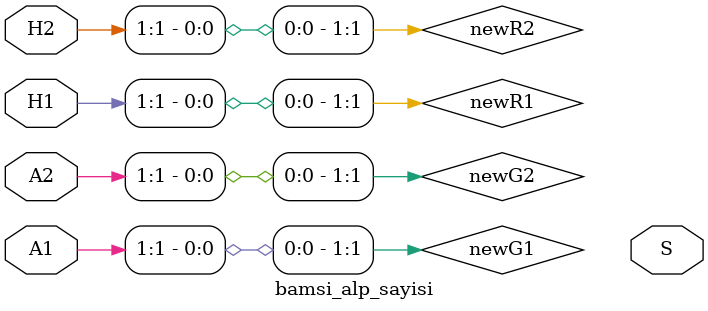
<source format=v>
module bamsi_alp_sayisi(
    input [1:0] H1,
    input [1:0] A1,
    input [1:0] H2,
    input [1:0] A2,
    output [1:0] S
);

wire [1:0] newG1;
wire [1:0] newR1;
wire [1:0] sayi1;

not (newG1[0],A1[1]);
buf (newG1[1],A1[1]);

not (newR1[0],H1[1]);
buf (newR1[1],H1[1]);

wire [1:0] newG2;
wire [1:0] newR2;
wire [1:0] sayi2;

not (newG2[0],A2[1]);
buf (newG2[1],A2[1]);

not (newR2[0],H2[1]);
buf (newR2[1],H2[1]);

alp_sayisi a1(
    .Y (1'b1),
    .G (newG1),
    .R (newR1),
    .S (sayi1)
);

alp_sayisi a2(
    .Y (1'b1),
    .G (newG2),
    .R (newR2),
    .S (sayi2)
);

//S[1] = sayi1[1] + sayi1[1]'.sayi2[1]
//S[0] = sayi1[1]. sayi1[0]' + sayi2[1].sayi2[0] + sayi1[0]'.sayi2[1]'.sayi2[0] + sayi1[1]'.sayi1[0].sayi2[1]'
//sayi1 ve sayi2 arasinda karsilastirma yapilir
//karsilastirma kodunu yazmak icin zamanim yetmedi

endmodule
</source>
